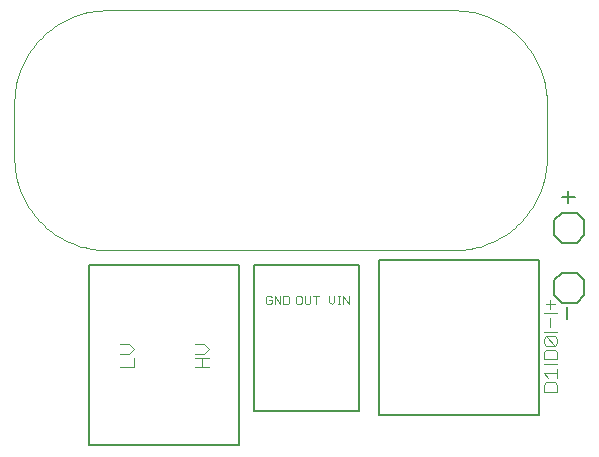
<source format=gto>
G75*
%MOIN*%
%OFA0B0*%
%FSLAX24Y24*%
%IPPOS*%
%LPD*%
%AMOC8*
5,1,8,0,0,1.08239X$1,22.5*
%
%ADD10C,0.0060*%
%ADD11C,0.0040*%
%ADD12C,0.0050*%
%ADD13C,0.0030*%
%ADD14C,0.0000*%
D10*
X019200Y005166D02*
X019450Y004916D01*
X019950Y004916D01*
X020200Y005166D01*
X020200Y005666D01*
X019950Y005916D01*
X019450Y005916D01*
X019200Y005666D01*
X019200Y005166D01*
X019614Y004782D02*
X019614Y004355D01*
X019450Y006916D02*
X019950Y006916D01*
X020200Y007166D01*
X020200Y007666D01*
X019950Y007916D01*
X019450Y007916D01*
X019200Y007666D01*
X019200Y007166D01*
X019450Y006916D01*
X019660Y008222D02*
X019660Y008649D01*
X019447Y008435D02*
X019874Y008435D01*
D11*
X019072Y005021D02*
X019072Y004714D01*
X019225Y004867D02*
X018918Y004867D01*
X018842Y004561D02*
X019302Y004561D01*
X019072Y004407D02*
X019072Y004100D01*
X018842Y003947D02*
X019302Y003947D01*
X019225Y003793D02*
X019302Y003716D01*
X019302Y003563D01*
X019225Y003486D01*
X018918Y003793D01*
X019225Y003793D01*
X018918Y003793D02*
X018842Y003716D01*
X018842Y003563D01*
X018918Y003486D01*
X019225Y003486D01*
X019225Y003333D02*
X018918Y003333D01*
X018842Y003256D01*
X018842Y003026D01*
X019302Y003026D01*
X019302Y003256D01*
X019225Y003333D01*
X019302Y002872D02*
X018842Y002872D01*
X018842Y002566D02*
X019302Y002566D01*
X019302Y002719D02*
X019302Y002412D01*
X019225Y002259D02*
X018918Y002259D01*
X018842Y002182D01*
X018842Y001952D01*
X019302Y001952D01*
X019302Y002182D01*
X019225Y002259D01*
X018995Y002412D02*
X018842Y002566D01*
X007680Y002759D02*
X007220Y002759D01*
X007450Y002759D02*
X007450Y003066D01*
X007527Y003220D02*
X007220Y003220D01*
X007220Y003066D02*
X007680Y003066D01*
X007527Y003220D02*
X007680Y003373D01*
X007527Y003527D01*
X007220Y003527D01*
X005180Y003373D02*
X005027Y003527D01*
X004720Y003527D01*
X004720Y003220D02*
X005027Y003220D01*
X005180Y003373D01*
X005180Y003066D02*
X005180Y002759D01*
X004720Y002759D01*
D12*
X003700Y000160D02*
X008700Y000160D01*
X008700Y006160D01*
X003700Y006160D01*
X003700Y000160D01*
X009200Y001310D02*
X012700Y001310D01*
X012700Y006160D01*
X009200Y006160D01*
X009200Y001310D01*
X013346Y001160D02*
X018700Y001160D01*
X018700Y006341D01*
X013346Y006341D01*
X013346Y001160D01*
D13*
X012364Y004855D02*
X012364Y005145D01*
X012170Y005145D02*
X012364Y004855D01*
X012170Y004855D02*
X012170Y005145D01*
X012071Y005145D02*
X011974Y005145D01*
X012022Y005145D02*
X012022Y004855D01*
X011974Y004855D02*
X012071Y004855D01*
X011873Y004952D02*
X011873Y005145D01*
X011873Y004952D02*
X011776Y004855D01*
X011679Y004952D01*
X011679Y005145D01*
X011364Y005145D02*
X011170Y005145D01*
X011267Y005145D02*
X011267Y004855D01*
X011069Y004903D02*
X011069Y005145D01*
X010876Y005145D02*
X010876Y004903D01*
X010924Y004855D01*
X011021Y004855D01*
X011069Y004903D01*
X010775Y004903D02*
X010775Y005097D01*
X010726Y005145D01*
X010629Y005145D01*
X010581Y005097D01*
X010581Y004903D01*
X010629Y004855D01*
X010726Y004855D01*
X010775Y004903D01*
X010364Y004903D02*
X010364Y005097D01*
X010315Y005145D01*
X010170Y005145D01*
X010170Y004855D01*
X010315Y004855D01*
X010364Y004903D01*
X010069Y004855D02*
X010069Y005145D01*
X009876Y005145D02*
X010069Y004855D01*
X009876Y004855D02*
X009876Y005145D01*
X009775Y005097D02*
X009726Y005145D01*
X009629Y005145D01*
X009581Y005097D01*
X009581Y004903D01*
X009629Y004855D01*
X009726Y004855D01*
X009775Y004903D01*
X009775Y005000D01*
X009678Y005000D01*
D14*
X004300Y006660D02*
X015850Y006660D01*
X015961Y006662D01*
X016071Y006668D01*
X016181Y006678D01*
X016291Y006692D01*
X016400Y006709D01*
X016509Y006731D01*
X016617Y006756D01*
X016723Y006786D01*
X016829Y006819D01*
X016933Y006855D01*
X017036Y006896D01*
X017138Y006940D01*
X017238Y006988D01*
X017336Y007039D01*
X017432Y007094D01*
X017526Y007152D01*
X017618Y007214D01*
X017708Y007278D01*
X017795Y007346D01*
X017880Y007417D01*
X017962Y007491D01*
X018042Y007568D01*
X018119Y007648D01*
X018193Y007730D01*
X018264Y007815D01*
X018332Y007902D01*
X018396Y007992D01*
X018458Y008084D01*
X018516Y008178D01*
X018571Y008274D01*
X018622Y008372D01*
X018670Y008472D01*
X018714Y008574D01*
X018755Y008677D01*
X018791Y008781D01*
X018824Y008887D01*
X018854Y008993D01*
X018879Y009101D01*
X018901Y009210D01*
X018918Y009319D01*
X018932Y009429D01*
X018942Y009539D01*
X018948Y009649D01*
X018950Y009760D01*
X018950Y011560D01*
X018948Y011671D01*
X018942Y011781D01*
X018932Y011891D01*
X018918Y012001D01*
X018901Y012110D01*
X018879Y012219D01*
X018854Y012327D01*
X018824Y012433D01*
X018791Y012539D01*
X018755Y012643D01*
X018714Y012746D01*
X018670Y012848D01*
X018622Y012948D01*
X018571Y013046D01*
X018516Y013142D01*
X018458Y013236D01*
X018396Y013328D01*
X018332Y013418D01*
X018264Y013505D01*
X018193Y013590D01*
X018119Y013672D01*
X018042Y013752D01*
X017962Y013829D01*
X017880Y013903D01*
X017795Y013974D01*
X017708Y014042D01*
X017618Y014106D01*
X017526Y014168D01*
X017432Y014226D01*
X017336Y014281D01*
X017238Y014332D01*
X017138Y014380D01*
X017036Y014424D01*
X016933Y014465D01*
X016829Y014501D01*
X016723Y014534D01*
X016617Y014564D01*
X016509Y014589D01*
X016400Y014611D01*
X016291Y014628D01*
X016181Y014642D01*
X016071Y014652D01*
X015961Y014658D01*
X015850Y014660D01*
X004300Y014660D01*
X004189Y014658D01*
X004079Y014652D01*
X003969Y014642D01*
X003859Y014628D01*
X003750Y014611D01*
X003641Y014589D01*
X003533Y014564D01*
X003427Y014534D01*
X003321Y014501D01*
X003217Y014465D01*
X003114Y014424D01*
X003012Y014380D01*
X002912Y014332D01*
X002814Y014281D01*
X002718Y014226D01*
X002624Y014168D01*
X002532Y014106D01*
X002442Y014042D01*
X002355Y013974D01*
X002270Y013903D01*
X002188Y013829D01*
X002108Y013752D01*
X002031Y013672D01*
X001957Y013590D01*
X001886Y013505D01*
X001818Y013418D01*
X001754Y013328D01*
X001692Y013236D01*
X001634Y013142D01*
X001579Y013046D01*
X001528Y012948D01*
X001480Y012848D01*
X001436Y012746D01*
X001395Y012643D01*
X001359Y012539D01*
X001326Y012433D01*
X001296Y012327D01*
X001271Y012219D01*
X001249Y012110D01*
X001232Y012001D01*
X001218Y011891D01*
X001208Y011781D01*
X001202Y011671D01*
X001200Y011560D01*
X001200Y009760D01*
X001202Y009649D01*
X001208Y009539D01*
X001218Y009429D01*
X001232Y009319D01*
X001249Y009210D01*
X001271Y009101D01*
X001296Y008993D01*
X001326Y008887D01*
X001359Y008781D01*
X001395Y008677D01*
X001436Y008574D01*
X001480Y008472D01*
X001528Y008372D01*
X001579Y008274D01*
X001634Y008178D01*
X001692Y008084D01*
X001754Y007992D01*
X001818Y007902D01*
X001886Y007815D01*
X001957Y007730D01*
X002031Y007648D01*
X002108Y007568D01*
X002188Y007491D01*
X002270Y007417D01*
X002355Y007346D01*
X002442Y007278D01*
X002532Y007214D01*
X002624Y007152D01*
X002718Y007094D01*
X002814Y007039D01*
X002912Y006988D01*
X003012Y006940D01*
X003114Y006896D01*
X003217Y006855D01*
X003321Y006819D01*
X003427Y006786D01*
X003533Y006756D01*
X003641Y006731D01*
X003750Y006709D01*
X003859Y006692D01*
X003969Y006678D01*
X004079Y006668D01*
X004189Y006662D01*
X004300Y006660D01*
M02*

</source>
